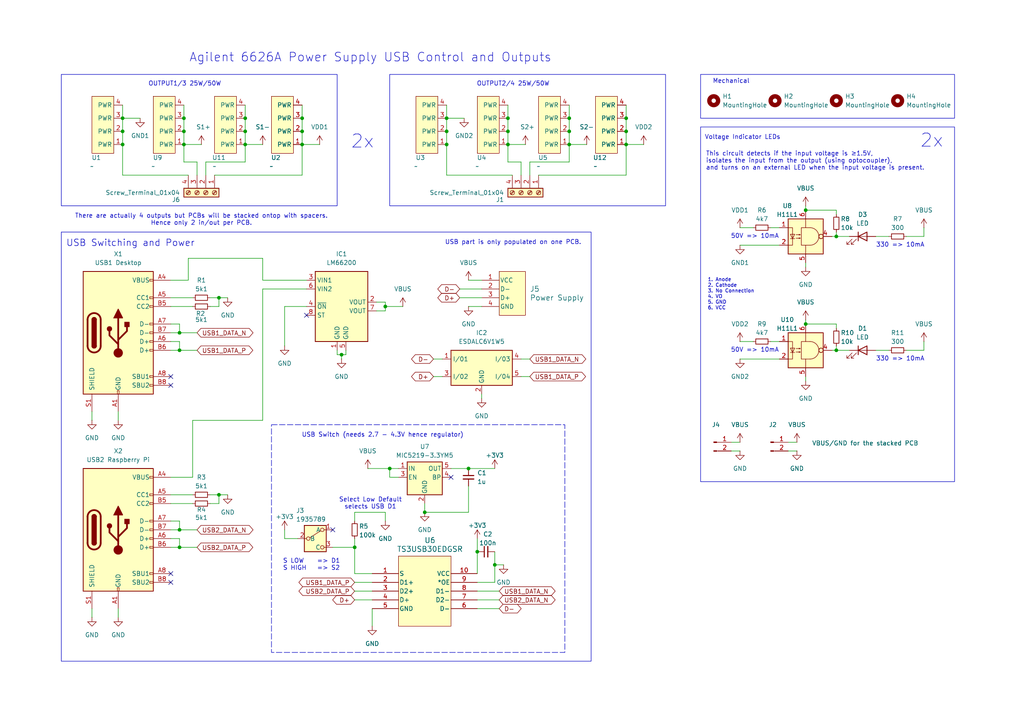
<source format=kicad_sch>
(kicad_sch (version 20231120) (generator "eeschema") (generator_version "8.0")
  (paper "A4")
  (lib_symbols
    (symbol "Connector:Conn_01x02_Pin" (pin_names (offset 1.016) hide)
      (property "Reference" "J" (at 0 2.54 0))
      (property "Value" "Conn_01x02_Pin" (at 0 -5.08 0))
      (symbol "Conn_01x02_Pin_1_1"
        (pin passive line (at 5.08 0 180) (length 3.81) (name "Pin_1") (number "1"))
        (pin passive line (at 5.08 -2.54 180) (length 3.81) (name "Pin_2") (number "2"))
      )
    )
    (symbol "Connector:Screw_Terminal_01x04" (pin_names (offset 1.016) hide)
      (property "Reference" "J" (at 0 5.08 0))
      (property "Value" "Screw_Terminal_01x04" (at 0 -7.62 0))
      (symbol "Screw_Terminal_01x04_1_1"
        (pin passive line (at -5.08 2.54 0) (length 3.81) (name "Pin_1") (number "1"))
        (pin passive line (at -5.08 0 0) (length 3.81) (name "Pin_2") (number "2"))
        (pin passive line (at -5.08 -2.54 0) (length 3.81) (name "Pin_3") (number "3"))
        (pin passive line (at -5.08 -5.08 0) (length 3.81) (name "Pin_4") (number "4"))
      )
    )
    (symbol "Device:C_Small" (pin_numbers hide) (pin_names (offset 0.254) hide)
      (property "Reference" "C" (at 0.254 1.778 0))
      (property "Value" "C_Small" (at 0.254 -2.032 0))
      (symbol "C_Small_1_1"
        (pin passive line (at 0 2.54 270) (length 2.032) (name "~") (number "1"))
        (pin passive line (at 0 -2.54 90) (length 2.032) (name "~") (number "2"))
      )
    )
    (symbol "Device:LED" (pin_numbers hide) (pin_names (offset 1.016) hide)
      (property "Reference" "D" (at 0 2.54 0))
      (property "Value" "LED" (at 0 -2.54 0))
      (symbol "LED_1_1"
        (pin passive line (at -3.81 0 0) (length 2.54) (name "K") (number "1"))
        (pin passive line (at 3.81 0 180) (length 2.54) (name "A") (number "2"))
      )
    )
    (symbol "Device:R_Small" (pin_numbers hide) (pin_names (offset 0.254) hide)
      (property "Reference" "R" (at 0.762 0.508 0))
      (property "Value" "R_Small" (at 0.762 -1.016 0))
      (symbol "R_Small_1_1"
        (pin passive line (at 0 2.54 270) (length 0.762) (name "~") (number "1"))
        (pin passive line (at 0 -2.54 90) (length 0.762) (name "~") (number "2"))
      )
    )
    (symbol "Isolator:H11L1" (pin_names (offset 1.016))
      (property "Reference" "U" (at 1.27 8.89 0))
      (property "Value" "H11L1" (at 1.27 6.35 0))
      (symbol "H11L1_1_1"
        (pin passive line (at -7.62 2.54 0) (length 2.54) (name "~") (number "1"))
        (pin passive line (at -7.62 -2.54 0) (length 2.54) (name "~") (number "2"))
        (pin no_connect line (at -5.08 0 0) (length 2.54) hide (name "~") (number "3"))
        (pin output inverted (at 7.62 0 180) (length 3.81) (name "~") (number "4"))
        (pin power_in line (at 0 -7.62 90) (length 2.54) (name "~") (number "5"))
        (pin power_in line (at 0 7.62 270) (length 2.54) (name "~") (number "6"))
      )
    )
    (symbol "Mechanical:MountingHole" (pin_names (offset 1.016)) (exclude_from_sim yes) (in_bom no)
      (property "Reference" "H" (at 0 5.08 0))
      (property "Value" "MountingHole" (at 0 3.175 0))
    )
    (symbol "power:+3V3" (power) (pin_names (offset 0))
      (property "Value" "+3V3" (at 0 3.556 0))
      (symbol "+3V3_1_1"
        (pin power_in line (at 0 0 90) (length 0) hide (name "+3V3") (number "1"))
      )
    )
    (symbol "power:GND" (power) (pin_numbers hide) (pin_names (offset 0) hide)
      (property "Value" "GND" (at 0 -3.81 0))
      (symbol "GND_1_1"
        (pin power_in line (at 0 0 270) (length 0) (name "~") (number "1"))
      )
    )
    (symbol "power:VBUS" (power) (pin_numbers hide) (pin_names (offset 0) hide)
      (property "Value" "VBUS" (at 0 3.556 0))
      (symbol "VBUS_1_1"
        (pin power_in line (at 0 0 90) (length 0) (name "~") (number "1"))
      )
    )
    (symbol "power:VDD" (power) (pin_numbers hide) (pin_names (offset 0) hide)
      (property "Value" "VDD" (at 0 3.556 0))
      (symbol "VDD_1_1"
        (pin power_in line (at 0 0 90) (length 0) (name "~") (number "1"))
      )
    )
    (symbol "supply_connectors:1935789" (pin_names (offset 1.016))
      (property "Reference" "J" (at -1.524 4.826 0))
      (property "Value" "1935789" (at -4.318 -6.35 0))
      (symbol "1935789_1_1"
        (pin passive line (at 5.08 2.54 180) (length 2.54) (name "A") (number "1"))
        (pin passive line (at -5.08 0 0) (length 2.54) (name "B") (number "2"))
        (pin passive line (at 5.08 -2.54 180) (length 2.54) (name "C") (number "3"))
      )
    )
    (symbol "supply_connectors:CT3151SP"
      (property "Reference" "U" (at 0 0 0))
      (symbol "CT3151SP_1_1"
        (pin input line (at -7.62 -3.81 0) (length 2.54) (name "PWR") (number "1"))
        (pin input line (at -7.62 -7.62 0) (length 2.54) (name "PWR") (number "2"))
        (pin input line (at -7.62 -11.43 0) (length 2.54) (name "PWR") (number "3"))
        (pin input line (at -7.62 -15.24 0) (length 2.54) (name "PWR") (number "4"))
      )
    )
    (symbol "supply_connectors:ESDALC6V1W5"
      (property "Reference" "IC7" (at -7.62 6.35 0))
      (property "Value" "ESDALC6V1W5" (at -2.54 -6.35 0))
      (symbol "ESDALC6V1W5_1_0"
        (pin bidirectional line (at -11.43 2.54 0) (length 2.54) (name "I/01") (number "1"))
        (pin power_in line (at 0 -7.62 90) (length 2.54) (name "GND") (number "2"))
        (pin bidirectional line (at -11.43 -2.54 0) (length 2.54) (name "I/02") (number "3"))
        (pin bidirectional line (at 11.43 2.54 180) (length 2.54) (name "I/03") (number "4"))
        (pin bidirectional line (at 11.43 -2.54 180) (length 2.54) (name "I/04") (number "5"))
      )
    )
    (symbol "supply_connectors:LM66200"
      (property "Reference" "IC106" (at -5.08 11.43 0))
      (property "Value" "LM66200" (at -3.556 -11.43 0))
      (symbol "LM66200_1_1"
        (pin power_in line (at -1.27 -12.7 90) (length 2.54) (name "GND") (number "1"))
        (pin power_in line (at 10.16 1.27 180) (length 2.54) (name "VOUT") (number "2"))
        (pin input line (at -10.16 7.62 0) (length 2.54) (name "VIN1") (number "3"))
        (pin input line (at -10.16 0 0) (length 2.54) (name "~{ON}") (number "4"))
        (pin power_in line (at 1.27 -12.7 90) (length 2.54) (name "GND") (number "5"))
        (pin input line (at -10.16 5.08 0) (length 2.54) (name "VIN2") (number "6"))
        (pin power_in line (at 10.16 -1.27 180) (length 2.54) (name "VOUT") (number "7"))
        (pin output line (at -10.16 -2.54 0) (length 2.54) (name "ST") (number "8"))
      )
    )
    (symbol "supply_connectors:MIC5219-3.3YM5" (pin_names (offset 0.254))
      (property "Reference" "U" (at -3.81 5.715 0))
      (property "Value" "MIC5219-3.3YM5" (at 0 5.715 0))
      (symbol "MIC5219-3.3YM5_1_1"
        (pin power_in line (at -7.62 2.54 0) (length 2.54) (name "IN") (number "1"))
        (pin power_in line (at 0 -7.62 90) (length 2.54) (name "GND") (number "2"))
        (pin input line (at -7.62 0 0) (length 2.54) (name "EN") (number "3"))
        (pin input line (at 7.62 0 180) (length 2.54) (name "BP") (number "4"))
        (pin power_out line (at 7.62 2.54 180) (length 2.54) (name "OUT") (number "5"))
      )
    )
    (symbol "supply_connectors:TS3USB30EDGSR" (pin_names (offset 0.254))
      (property "Reference" "U" (at 27.94 10.16 0))
      (property "Value" "TS3USB30EDGSR" (at 27.94 7.62 0))
      (symbol "TS3USB30EDGSR_0_1"
        (pin input line (at 0 0 0) (length 7.62) (name "S") (number "1"))
        (pin power_in line (at 30.48 0 180) (length 7.62) (name "VCC") (number "10"))
        (pin unspecified line (at 0 -2.54 0) (length 7.62) (name "D1+") (number "2"))
        (pin unspecified line (at 0 -5.08 0) (length 7.62) (name "D2+") (number "3"))
        (pin unspecified line (at 0 -7.62 0) (length 7.62) (name "D+") (number "4"))
        (pin power_in line (at 0 -10.16 0) (length 7.62) (name "GND") (number "5"))
        (pin unspecified line (at 30.48 -10.16 180) (length 7.62) (name "D-") (number "6"))
        (pin unspecified line (at 30.48 -7.62 180) (length 7.62) (name "D2-") (number "7"))
        (pin unspecified line (at 30.48 -5.08 180) (length 7.62) (name "D1-") (number "8"))
        (pin unspecified line (at 30.48 -2.54 180) (length 7.62) (name "*OE") (number "9"))
      )
    )
    (symbol "supply_connectors:UJ2-AH-4-TH" (pin_names (offset 0.254))
      (property "Reference" "J" (at 8.89 6.35 0))
      (property "Value" "UJ2-AH-4-TH" (at 0 3.556 0))
      (symbol "UJ2-AH-4-TH_1_1"
        (pin unspecified line (at 0 0 0) (length 5.08) (name "VCC") (number "1"))
        (pin unspecified line (at 0 -2.54 0) (length 5.08) (name "D-") (number "2"))
        (pin unspecified line (at 0 -5.08 0) (length 5.08) (name "D+") (number "3"))
        (pin unspecified line (at 0 -7.62 0) (length 5.08) (name "GND") (number "4"))
      )
      (symbol "UJ2-AH-4-TH_1_2"
        (pin unspecified line (at 0 0 0) (length 5.08) (name "1") (number "1"))
        (pin unspecified line (at 0 -2.54 0) (length 5.08) (name "2") (number "2"))
        (pin unspecified line (at 0 -5.08 0) (length 5.08) (name "3") (number "3"))
        (pin unspecified line (at 0 -7.62 0) (length 5.08) (name "4") (number "4"))
      )
    )
    (symbol "supply_connectors:USB_C_Receptacle_USB2.0" (pin_names (offset 1.016))
      (property "Reference" "X104" (at -8.89 19.05 0))
      (property "Value" "DEBUG" (at -6.985 -19.05 0))
      (symbol "USB_C_Receptacle_USB2.0_1_1"
        (pin passive line (at 0 -22.86 90) (length 5.08) (name "GND") (number "A1"))
        (pin passive line (at 0 -22.86 90) (length 5.08) hide (name "GND") (number "A12"))
        (pin passive line (at 15.24 15.24 180) (length 5.08) (name "VBUS") (number "A4"))
        (pin bidirectional line (at 15.24 10.16 180) (length 5.08) (name "CC1") (number "A5"))
        (pin bidirectional line (at 15.24 -2.54 180) (length 5.08) (name "D+") (number "A6"))
        (pin bidirectional line (at 15.24 2.54 180) (length 5.08) (name "D-") (number "A7"))
        (pin bidirectional line (at 15.24 -12.7 180) (length 5.08) (name "SBU1") (number "A8"))
        (pin passive line (at 15.24 15.24 180) (length 5.08) hide (name "VBUS") (number "A9"))
        (pin passive line (at 0 -22.86 90) (length 5.08) hide (name "GND") (number "B1"))
        (pin passive line (at 0 -22.86 90) (length 5.08) hide (name "GND") (number "B12"))
        (pin passive line (at 15.24 15.24 180) (length 5.08) hide (name "VBUS") (number "B4"))
        (pin bidirectional line (at 15.24 7.62 180) (length 5.08) (name "CC2") (number "B5"))
        (pin bidirectional line (at 15.24 -5.08 180) (length 5.08) (name "D+") (number "B6"))
        (pin bidirectional line (at 15.24 0 180) (length 5.08) (name "D-") (number "B7"))
        (pin bidirectional line (at 15.24 -15.24 180) (length 5.08) (name "SBU2") (number "B8"))
        (pin passive line (at 15.24 15.24 180) (length 5.08) hide (name "VBUS") (number "B9"))
        (pin passive line (at -7.62 -22.86 90) (length 5.08) (name "SHIELD") (number "S1"))
      )
    )
  )
  (junction (at 129.54 38.1))
  (junction (at 63.5 143.51))
  (junction (at 102.87 158.75))
  (junction (at 233.68 60.96))
  (junction (at 123.19 148.59))
  (junction (at 147.32 34.29))
  (junction (at 52.07 158.75))
  (junction (at 52.07 153.67))
  (junction (at 71.12 34.29))
  (junction (at 143.51 163.83))
  (junction (at 165.1 38.1))
  (junction (at 87.63 34.29))
  (junction (at 165.1 41.91))
  (junction (at 242.57 68.58))
  (junction (at 113.03 135.89))
  (junction (at 52.07 101.6))
  (junction (at 52.07 96.52))
  (junction (at 129.54 41.91))
  (junction (at 233.68 93.98))
  (junction (at 87.63 38.1))
  (junction (at 87.63 41.91))
  (junction (at 35.56 41.91))
  (junction (at 135.89 135.89))
  (junction (at 181.61 34.29))
  (junction (at 71.12 41.91))
  (junction (at 53.34 41.91))
  (junction (at 147.32 41.91))
  (junction (at 165.1 34.29))
  (junction (at 111.76 88.9))
  (junction (at 99.06 102.87))
  (junction (at 53.34 38.1))
  (junction (at 138.43 160.02))
  (junction (at 242.57 101.6))
  (junction (at 71.12 38.1))
  (junction (at 181.61 38.1))
  (junction (at 129.54 34.29))
  (junction (at 63.5 86.36))
  (junction (at 35.56 38.1))
  (junction (at 181.61 41.91))
  (junction (at 35.56 34.29))
  (junction (at 147.32 38.1))
  (junction (at 53.34 34.29))
  (no_connect (at 49.53 111.76))
  (no_connect (at 49.53 109.22))
  (no_connect (at 130.81 138.43))
  (no_connect (at 49.53 166.37))
  (no_connect (at 49.53 168.91))
  (no_connect (at 88.9 91.44))
  (no_connect (at 96.52 153.67))
  (wire (pts (xy 71.12 41.91) (xy 71.12 46.99)))
  (wire (pts (xy 181.61 50.8) (xy 181.61 41.91)))
  (wire (pts (xy 254 68.58) (xy 257.81 68.58)))
  (wire (pts (xy 107.95 176.53) (xy 107.95 181.61)))
  (wire (pts (xy 49.53 93.98) (xy 52.07 93.98)))
  (wire (pts (xy 138.43 171.45) (xy 144.78 171.45)))
  (wire (pts (xy 228.6 128.27) (xy 231.14 128.27)))
  (wire (pts (xy 87.63 34.29) (xy 87.63 38.1)))
  (wire (pts (xy 49.53 153.67) (xy 52.07 153.67)))
  (wire (pts (xy 100.33 101.6) (xy 100.33 102.87)))
  (wire (pts (xy 49.53 146.05) (xy 55.88 146.05)))
  (wire (pts (xy 62.23 50.8) (xy 87.63 50.8)))
  (wire (pts (xy 133.35 86.36) (xy 139.7 86.36)))
  (wire (pts (xy 35.56 50.8) (xy 35.56 41.91)))
  (wire (pts (xy 49.53 151.13) (xy 52.07 151.13)))
  (wire (pts (xy 52.07 158.75) (xy 57.15 158.75)))
  (wire (pts (xy 87.63 38.1) (xy 87.63 41.91)))
  (wire (pts (xy 181.61 41.91) (xy 186.69 41.91)))
  (wire (pts (xy 102.87 171.45) (xy 107.95 171.45)))
  (wire (pts (xy 262.89 101.6) (xy 267.97 101.6)))
  (wire (pts (xy 135.89 88.9) (xy 139.7 88.9)))
  (wire (pts (xy 181.61 30.48) (xy 181.61 34.29)))
  (wire (pts (xy 59.69 46.99) (xy 71.12 46.99)))
  (wire (pts (xy 113.03 138.43) (xy 113.03 135.89)))
  (wire (pts (xy 34.29 119.38) (xy 34.29 121.92)))
  (wire (pts (xy 135.89 140.97) (xy 135.89 148.59)))
  (wire (pts (xy 133.35 83.82) (xy 139.7 83.82)))
  (wire (pts (xy 76.2 74.93) (xy 76.2 81.28)))
  (wire (pts (xy 135.89 81.28) (xy 139.7 81.28)))
  (wire (pts (xy 153.67 46.99) (xy 165.1 46.99)))
  (wire (pts (xy 97.79 101.6) (xy 97.79 102.87)))
  (wire (pts (xy 254 101.6) (xy 257.81 101.6)))
  (wire (pts (xy 165.1 34.29) (xy 165.1 38.1)))
  (wire (pts (xy 35.56 34.29) (xy 35.56 38.1)))
  (wire (pts (xy 35.56 34.29) (xy 40.64 34.29)))
  (wire (pts (xy 49.53 99.06) (xy 52.07 99.06)))
  (wire (pts (xy 138.43 156.21) (xy 138.43 160.02)))
  (wire (pts (xy 135.89 135.89) (xy 143.51 135.89)))
  (wire (pts (xy 242.57 100.33) (xy 242.57 101.6)))
  (wire (pts (xy 165.1 41.91) (xy 170.18 41.91)))
  (wire (pts (xy 26.67 176.53) (xy 26.67 179.07)))
  (wire (pts (xy 35.56 38.1) (xy 35.56 41.91)))
  (wire (pts (xy 241.3 101.6) (xy 242.57 101.6)))
  (wire (pts (xy 60.96 86.36) (xy 63.5 86.36)))
  (wire (pts (xy 139.7 114.3) (xy 139.7 115.57)))
  (wire (pts (xy 147.32 41.91) (xy 152.4 41.91)))
  (wire (pts (xy 138.43 168.91) (xy 143.51 168.91)))
  (wire (pts (xy 138.43 160.02) (xy 138.43 166.37)))
  (wire (pts (xy 147.32 30.48) (xy 147.32 34.29)))
  (wire (pts (xy 55.88 121.92) (xy 76.2 121.92)))
  (wire (pts (xy 49.53 96.52) (xy 52.07 96.52)))
  (wire (pts (xy 267.97 66.04) (xy 267.97 68.58)))
  (wire (pts (xy 88.9 88.9) (xy 82.55 88.9)))
  (wire (pts (xy 109.22 90.17) (xy 111.76 90.17)))
  (wire (pts (xy 151.13 109.22) (xy 153.67 109.22)))
  (wire (pts (xy 57.15 46.99) (xy 57.15 50.8)))
  (wire (pts (xy 49.53 88.9) (xy 55.88 88.9)))
  (wire (pts (xy 233.68 92.71) (xy 233.68 93.98)))
  (wire (pts (xy 138.43 176.53) (xy 144.78 176.53)))
  (wire (pts (xy 212.09 130.81) (xy 214.63 130.81)))
  (wire (pts (xy 102.87 168.91) (xy 107.95 168.91)))
  (wire (pts (xy 241.3 68.58) (xy 242.57 68.58)))
  (wire (pts (xy 143.51 168.91) (xy 143.51 163.83)))
  (wire (pts (xy 52.07 96.52) (xy 57.15 96.52)))
  (wire (pts (xy 82.55 88.9) (xy 82.55 100.33)))
  (wire (pts (xy 111.76 148.59) (xy 111.76 151.13)))
  (wire (pts (xy 129.54 34.29) (xy 134.62 34.29)))
  (wire (pts (xy 129.54 30.48) (xy 129.54 34.29)))
  (wire (pts (xy 242.57 93.98) (xy 233.68 93.98)))
  (wire (pts (xy 97.79 102.87) (xy 99.06 102.87)))
  (wire (pts (xy 111.76 88.9) (xy 116.84 88.9)))
  (wire (pts (xy 34.29 176.53) (xy 34.29 179.07)))
  (wire (pts (xy 53.34 30.48) (xy 53.34 34.29)))
  (wire (pts (xy 52.07 153.67) (xy 57.15 153.67)))
  (wire (pts (xy 151.13 104.14) (xy 153.67 104.14)))
  (wire (pts (xy 233.68 109.22) (xy 233.68 110.49)))
  (wire (pts (xy 129.54 34.29) (xy 129.54 38.1)))
  (wire (pts (xy 35.56 30.48) (xy 35.56 34.29)))
  (wire (pts (xy 262.89 68.58) (xy 267.97 68.58)))
  (wire (pts (xy 52.07 151.13) (xy 52.07 153.67)))
  (wire (pts (xy 165.1 38.1) (xy 165.1 41.91)))
  (wire (pts (xy 53.34 46.99) (xy 57.15 46.99)))
  (wire (pts (xy 267.97 99.06) (xy 267.97 101.6)))
  (wire (pts (xy 153.67 46.99) (xy 153.67 50.8)))
  (wire (pts (xy 49.53 156.21) (xy 52.07 156.21)))
  (wire (pts (xy 242.57 101.6) (xy 246.38 101.6)))
  (wire (pts (xy 143.51 163.83) (xy 146.05 163.83)))
  (wire (pts (xy 109.22 87.63) (xy 111.76 87.63)))
  (wire (pts (xy 165.1 41.91) (xy 165.1 46.99)))
  (wire (pts (xy 147.32 41.91) (xy 147.32 46.99)))
  (wire (pts (xy 214.63 71.12) (xy 226.06 71.12)))
  (wire (pts (xy 125.73 109.22) (xy 128.27 109.22)))
  (wire (pts (xy 233.68 76.2) (xy 233.68 77.47)))
  (wire (pts (xy 214.63 66.04) (xy 218.44 66.04)))
  (wire (pts (xy 60.96 88.9) (xy 63.5 88.9)))
  (wire (pts (xy 223.52 66.04) (xy 226.06 66.04)))
  (wire (pts (xy 165.1 30.48) (xy 165.1 34.29)))
  (wire (pts (xy 113.03 135.89) (xy 115.57 135.89)))
  (wire (pts (xy 242.57 68.58) (xy 246.38 68.58)))
  (wire (pts (xy 129.54 38.1) (xy 129.54 41.91)))
  (wire (pts (xy 55.88 138.43) (xy 49.53 138.43)))
  (wire (pts (xy 63.5 86.36) (xy 66.04 86.36)))
  (wire (pts (xy 49.53 143.51) (xy 55.88 143.51)))
  (wire (pts (xy 87.63 50.8) (xy 87.63 41.91)))
  (wire (pts (xy 102.87 158.75) (xy 96.52 158.75)))
  (wire (pts (xy 111.76 90.17) (xy 111.76 88.9)))
  (wire (pts (xy 60.96 143.51) (xy 63.5 143.51)))
  (wire (pts (xy 71.12 41.91) (xy 76.2 41.91)))
  (wire (pts (xy 76.2 83.82) (xy 88.9 83.82)))
  (wire (pts (xy 130.81 135.89) (xy 135.89 135.89)))
  (wire (pts (xy 53.34 41.91) (xy 53.34 46.99)))
  (wire (pts (xy 102.87 151.13) (xy 102.87 148.59)))
  (wire (pts (xy 54.61 74.93) (xy 76.2 74.93)))
  (wire (pts (xy 49.53 86.36) (xy 55.88 86.36)))
  (wire (pts (xy 53.34 38.1) (xy 53.34 41.91)))
  (wire (pts (xy 102.87 148.59) (xy 111.76 148.59)))
  (wire (pts (xy 49.53 101.6) (xy 52.07 101.6)))
  (wire (pts (xy 53.34 34.29) (xy 53.34 38.1)))
  (wire (pts (xy 147.32 38.1) (xy 147.32 41.91)))
  (wire (pts (xy 76.2 81.28) (xy 88.9 81.28)))
  (wire (pts (xy 233.68 59.69) (xy 233.68 60.96)))
  (wire (pts (xy 82.55 156.21) (xy 82.55 153.67)))
  (wire (pts (xy 52.07 156.21) (xy 52.07 158.75)))
  (wire (pts (xy 102.87 166.37) (xy 107.95 166.37)))
  (wire (pts (xy 59.69 46.99) (xy 59.69 50.8)))
  (wire (pts (xy 212.09 128.27) (xy 214.63 128.27)))
  (wire (pts (xy 143.51 160.02) (xy 143.51 163.83)))
  (wire (pts (xy 102.87 158.75) (xy 102.87 166.37)))
  (wire (pts (xy 49.53 158.75) (xy 52.07 158.75)))
  (wire (pts (xy 214.63 99.06) (xy 218.44 99.06)))
  (wire (pts (xy 54.61 81.28) (xy 54.61 74.93)))
  (wire (pts (xy 52.07 99.06) (xy 52.07 101.6)))
  (wire (pts (xy 242.57 67.31) (xy 242.57 68.58)))
  (wire (pts (xy 135.89 148.59) (xy 123.19 148.59)))
  (wire (pts (xy 138.43 173.99) (xy 144.78 173.99)))
  (wire (pts (xy 53.34 41.91) (xy 58.42 41.91)))
  (wire (pts (xy 82.55 156.21) (xy 86.36 156.21)))
  (wire (pts (xy 26.67 119.38) (xy 26.67 121.92)))
  (wire (pts (xy 63.5 143.51) (xy 66.04 143.51)))
  (wire (pts (xy 102.87 156.21) (xy 102.87 158.75)))
  (wire (pts (xy 156.21 50.8) (xy 181.61 50.8)))
  (wire (pts (xy 100.33 102.87) (xy 99.06 102.87)))
  (wire (pts (xy 123.19 146.05) (xy 123.19 148.59)))
  (wire (pts (xy 228.6 130.81) (xy 231.14 130.81)))
  (wire (pts (xy 181.61 34.29) (xy 181.61 38.1)))
  (wire (pts (xy 87.63 41.91) (xy 92.71 41.91)))
  (wire (pts (xy 129.54 50.8) (xy 129.54 41.91)))
  (wire (pts (xy 148.59 50.8) (xy 129.54 50.8)))
  (wire (pts (xy 76.2 121.92) (xy 76.2 83.82)))
  (wire (pts (xy 54.61 50.8) (xy 35.56 50.8)))
  (wire (pts (xy 115.57 138.43) (xy 113.03 138.43)))
  (wire (pts (xy 63.5 88.9) (xy 63.5 86.36)))
  (wire (pts (xy 71.12 30.48) (xy 71.12 34.29)))
  (wire (pts (xy 99.06 102.87) (xy 99.06 104.14)))
  (wire (pts (xy 181.61 38.1) (xy 181.61 41.91)))
  (wire (pts (xy 242.57 95.25) (xy 242.57 93.98)))
  (wire (pts (xy 125.73 104.14) (xy 128.27 104.14)))
  (wire (pts (xy 55.88 138.43) (xy 55.88 121.92)))
  (wire (pts (xy 102.87 173.99) (xy 107.95 173.99)))
  (wire (pts (xy 111.76 87.63) (xy 111.76 88.9)))
  (wire (pts (xy 71.12 34.29) (xy 71.12 38.1)))
  (wire (pts (xy 214.63 104.14) (xy 226.06 104.14)))
  (wire (pts (xy 60.96 146.05) (xy 63.5 146.05)))
  (wire (pts (xy 49.53 81.28) (xy 54.61 81.28)))
  (wire (pts (xy 106.68 135.89) (xy 113.03 135.89)))
  (wire (pts (xy 151.13 46.99) (xy 151.13 50.8)))
  (wire (pts (xy 242.57 62.23) (xy 242.57 60.96)))
  (wire (pts (xy 52.07 101.6) (xy 57.15 101.6)))
  (wire (pts (xy 71.12 38.1) (xy 71.12 41.91)))
  (wire (pts (xy 87.63 30.48) (xy 87.63 34.29)))
  (wire (pts (xy 242.57 60.96) (xy 233.68 60.96)))
  (wire (pts (xy 147.32 34.29) (xy 147.32 38.1)))
  (wire (pts (xy 223.52 99.06) (xy 226.06 99.06)))
  (wire (pts (xy 52.07 93.98) (xy 52.07 96.52)))
  (wire (pts (xy 63.5 146.05) (xy 63.5 143.51)))
  (wire (pts (xy 147.32 46.99) (xy 151.13 46.99)))
  (rectangle (start 17.78 67.31) (end 171.45 191.77))
  (rectangle (start 113.03 21.59) (end 193.04 59.69))
  (rectangle (start 78.74 123.19) (end 163.83 189.23) (stroke (width 0) (type dash)))
  (rectangle (start 203.2 36.83) (end 276.86 139.7))
  (rectangle (start 17.78 21.59) (end 97.79 59.69))
  (rectangle (start 203.2 21.59) (end 276.86 34.29))
  (text "Agilent 6626A Power Supply USB Control and Outputs" (at 107.442 16.764 0) (effects (font (size 2.54 2.54))))
  (text "50V => 10mA" (at 218.948 101.6 0) (effects (font (size 1.27 1.27))))
  (text "Mechanical" (at 212.09 23.622 0) (effects (font (size 1.27 1.27))))
  (text "There are actually 4 outputs but PCBs will be stacked ontop with spacers.\nHence only 2 in/out per PCB." (at 58.42 63.754 0) (effects (font (size 1.27 1.27))))
  (text "2x" (at 105.156 41.148 0) (effects (font (size 3.81 3.81))))
  (text "USB Switch (needs 2.7 - 4.3V hence regulator)" (at 110.998 126.238 0) (effects (font (size 1.27 1.27))))
  (text "USB part is only populated on one PCB." (at 148.844 70.358 0) (effects (font (size 1.27 1.27))))
  (text "Select Low Default\nselects USB D1" (at 107.442 146.05 0) (effects (font (size 1.27 1.27))))
  (text "This circuit detects if the input voltage is ≥1.5V,\nisolates the input from the output (using optocoupler),\nand turns on an external LED when the input voltage is present." (at 204.724 46.736 0) (effects (font (size 1.27 1.27)) (justify left)))
  (text "S LOW 	=> D1\nS HIGH 	=> S2" (at 82.042 163.83 0) (effects (font (size 1.27 1.27)) (justify left)))
  (text "OUTPUT1/3 25W/50W\n" (at 53.594 24.384 0) (effects (font (size 1.27 1.27))))
  (text "Voltage Indicator LEDs" (at 215.392 39.878 0) (effects (font (size 1.27 1.27))))
  (text "1. Anode\n2. Cathode\n3. No Connection\n4. VO\n5. GND\n6. VCC" (at 205.232 85.344 0) (effects (font (size 1.016 1.016)) (justify left)))
  (text "330 => 10mA" (at 261.112 104.14 0) (effects (font (size 1.27 1.27))))
  (text "50V => 10mA" (at 218.948 68.58 0) (effects (font (size 1.27 1.27))))
  (text "USB Switching and Power" (at 37.846 70.612 0) (effects (font (size 1.905 1.905))))
  (text "330 => 10mA" (at 261.112 71.12 0) (effects (font (size 1.27 1.27))))
  (text "2x" (at 270.256 40.894 0) (effects (font (size 3.81 3.81))))
  (text "OUTPUT2/4 25W/50W\n" (at 148.844 24.384 0) (effects (font (size 1.27 1.27))))
  (global_label "D+" (shape bidirectional) (at 125.73 109.22 180) (property "Intersheetrefs" "${INTERSHEET_REFS}" (effects (hide yes))))
  (global_label "D-" (shape bidirectional) (at 144.78 176.53 0) (property "Intersheetrefs" "${INTERSHEET_REFS}" (effects (hide yes))))
  (global_label "USB1_DATA_P" (shape bidirectional) (at 102.87 168.91 180) (property "Intersheetrefs" "${INTERSHEET_REFS}" (effects (hide yes))))
  (global_label "D-" (shape bidirectional) (at 125.73 104.14 180) (property "Intersheetrefs" "${INTERSHEET_REFS}" (effects (hide yes))))
  (global_label "USB2_DATA_P" (shape bidirectional) (at 57.15 158.75 0) (property "Intersheetrefs" "${INTERSHEET_REFS}" (effects (hide yes))))
  (global_label "D+" (shape bidirectional) (at 133.35 86.36 180) (property "Intersheetrefs" "${INTERSHEET_REFS}" (effects (hide yes))))
  (global_label "D+" (shape bidirectional) (at 102.87 173.99 180) (property "Intersheetrefs" "${INTERSHEET_REFS}" (effects (hide yes))))
  (global_label "USB1_DATA_P" (shape bidirectional) (at 153.67 109.22 0) (property "Intersheetrefs" "${INTERSHEET_REFS}" (effects (hide yes))))
  (global_label "USB2_DATA_N" (shape bidirectional) (at 144.78 173.99 0) (property "Intersheetrefs" "${INTERSHEET_REFS}" (effects (hide yes))))
  (global_label "USB1_DATA_N" (shape bidirectional) (at 57.15 96.52 0) (property "Intersheetrefs" "${INTERSHEET_REFS}" (effects (hide yes))))
  (global_label "USB2_DATA_P" (shape bidirectional) (at 102.87 171.45 180) (property "Intersheetrefs" "${INTERSHEET_REFS}" (effects (hide yes))))
  (global_label "USB2_DATA_N" (shape bidirectional) (at 57.15 153.67 0) (property "Intersheetrefs" "${INTERSHEET_REFS}" (effects (hide yes))))
  (global_label "USB1_DATA_P" (shape bidirectional) (at 57.15 101.6 0) (property "Intersheetrefs" "${INTERSHEET_REFS}" (effects (hide yes))))
  (global_label "USB1_DATA_N" (shape bidirectional) (at 153.67 104.14 0) (property "Intersheetrefs" "${INTERSHEET_REFS}" (effects (hide yes))))
  (global_label "USB1_DATA_N" (shape bidirectional) (at 144.78 171.45 0) (property "Intersheetrefs" "${INTERSHEET_REFS}" (effects (hide yes))))
  (global_label "D-" (shape bidirectional) (at 133.35 83.82 180) (property "Intersheetrefs" "${INTERSHEET_REFS}" (effects (hide yes))))
  (symbol (lib_id "power:VDD") (at 186.69 41.91 0) (unit 1)
    (property "Reference" "#PWR039" (effects (hide yes)))
    (property "Value" "VDD2" (at 186.69 36.83 0))
    (property "Description" "Power symbol creates a global label with name \"VDD\"" (effects (hide yes)))
  )
  (symbol (lib_id "supply_connectors:ESDALC6V1W5") (at 139.7 106.68 0) (unit 1)
    (property "Reference" "IC2" (at 139.7 96.52 0))
    (property "Value" "ESDALC6V1W5" (at 139.7 99.06 0))
    (property "Footprint" "supply_connectors:SOT-325-5" (effects (hide yes)))
    (property "Datasheet" "https://www.st.com/resource/en/datasheet/esdalc6v1w.pdf" (effects (hide yes)))
    (property "Mfr." "STMicroelectronics" (effects (hide yes)))
    (property "Mfr. No." "ESDALC6V1W5" (effects (hide yes)))
    (property "Distributor" "Mouser" (effects (hide yes)))
    (property "Order Number" "511-ESDALC6V1W5" (effects (hide yes)))
  )
  (symbol (lib_id "power:+3V3") (at 82.55 153.67 0) (unit 1)
    (property "Reference" "#PWR024" (effects (hide yes)))
    (property "Value" "+3V3" (at 82.55 149.86 0))
  )
  (symbol (lib_id "supply_connectors:LM66200") (at 99.06 88.9 0) (unit 1)
    (property "Reference" "IC1" (at 99.06 73.66 0))
    (property "Value" "LM66200" (at 99.06 76.2 0))
    (property "Footprint" "supply_connectors:SOT-5X3-8" (effects (hide yes)))
    (property "Datasheet" "https://www.ti.com/lit/ds/symlink/lm66200.pdf?ts=1703254483263" (effects (hide yes)))
    (property "Mfr." "Texas Instruments" (effects (hide yes)))
    (property "Mfr. No." " LM66200DRLR" (effects (hide yes)))
    (property "Distributor" "Mouser" (effects (hide yes)))
    (property "Order. No." "595-LM66200DRLR" (effects (hide yes)))
  )
  (symbol (lib_id "power:VDD") (at 92.71 41.91 0) (unit 1)
    (property "Reference" "#PWR02" (effects (hide yes)))
    (property "Value" "VDD1" (at 92.71 36.83 0))
    (property "Description" "Power symbol creates a global label with name \"VDD\"" (effects (hide yes)))
  )
  (symbol (lib_id "Connector:Screw_Terminal_01x04") (at 59.69 55.88 270) (unit 1)
    (property "Reference" "J6" (at 51.054 57.912 90))
    (property "Value" "Screw_Terminal_01x04" (at 41.402 55.88 90))
    (property "Footprint" "supply_connectors:PHOENIX_1935789" (effects (hide yes)))
    (property "Datasheet" "https://www.phoenixcontact.com/us/products/1935792/pdf" (effects (hide yes)))
    (property "Description" "Generic screw terminal, single row, 01x04, script generated (kicad-library-utils/schlib/autogen/connector/)" (effects (hide yes)))
  )
  (symbol (lib_id "Device:R_Small") (at 58.42 86.36 90) (unit 1)
    (property "Reference" "R1" (at 58.42 81.28 90))
    (property "Value" "5k1" (at 58.42 83.82 90))
    (property "Footprint" "Resistor_SMD:R_0603_1608Metric" (effects (hide yes)))
    (property "Datasheet" "https://www.vishay.com/doc?20035" (effects (hide yes)))
    (property "Mfr." "Vishay / Dale" (effects (hide yes)))
    (property "Mfr. No." "CRCW06035K10FKEA" (effects (hide yes)))
    (property "Distributor" "Mouser" (effects (hide yes)))
    (property "Order. No." "71-CRCW0603-5.1K-E3" (effects (hide yes)))
  )
  (symbol (lib_id "supply_connectors:CT3151SP") (at 157.48 45.72 180) (unit 1)
    (property "Reference" "U5" (at 157.48 45.72 0))
    (property "Value" "~" (at 156.21 48.26 0))
    (property "Footprint" "supply_connectors:CT3151SP" (effects (hide yes)))
  )
  (symbol (lib_id "power:VBUS") (at 267.97 99.06 0) (unit 1)
    (property "Reference" "#PWR031" (effects (hide yes)))
    (property "Value" "VBUS" (at 267.97 93.98 0))
    (property "Description" "Power symbol creates a global label with name \"VBUS\"" (effects (hide yes)))
  )
  (symbol (lib_id "Device:R_Small") (at 58.42 88.9 90) (unit 1)
    (property "Reference" "R2" (at 58.166 90.932 90))
    (property "Value" "5k1" (at 58.42 92.71 90))
    (property "Footprint" "Resistor_SMD:R_0603_1608Metric" (effects (hide yes)))
    (property "Datasheet" "https://www.vishay.com/doc?20035" (effects (hide yes)))
    (property "Mfr." "Vishay / Dale" (effects (hide yes)))
    (property "Mfr. No." "CRCW06035K10FKEA" (effects (hide yes)))
    (property "Distributor" "Mouser" (effects (hide yes)))
    (property "Order. No." "71-CRCW0603-5.1K-E3" (effects (hide yes)))
  )
  (symbol (lib_id "Device:R_Small") (at 242.57 97.79 180) (unit 1)
    (property "Reference" "R10" (at 243.84 96.52 0) (effects (justify right)))
    (property "Value" "10k" (at 243.84 99.06 0) (effects (justify right)))
    (property "Footprint" "Resistor_SMD:R_0603_1608Metric" (effects (hide yes)))
    (property "Datasheet" "https://www.vishay.com/doc?20035" (effects (hide yes)))
    (property "Mfr." "Vishay / Dale" (effects (hide yes)))
    (property "Mfr. No." "CRCW06035K10FKEA" (effects (hide yes)))
    (property "Distributor" "Mouser" (effects (hide yes)))
    (property "Order. No." "71-CRCW0603-5.1K-E3" (effects (hide yes)))
  )
  (symbol (lib_id "power:GND") (at 214.63 104.14 0) (unit 1)
    (property "Reference" "#PWR028" (effects (hide yes)))
    (property "Value" "GND2" (at 214.63 109.22 0))
    (property "Description" "Power symbol creates a global label with name \"GND\" , ground" (effects (hide yes)))
  )
  (symbol (lib_id "power:GND") (at 111.76 151.13 0) (unit 1)
    (property "Reference" "#PWR025" (effects (hide yes)))
    (property "Value" "GND" (at 111.76 156.21 0))
    (property "Description" "Power symbol creates a global label with name \"GND\" , ground" (effects (hide yes)))
  )
  (symbol (lib_id "Isolator:H11L1") (at 233.68 68.58 0) (unit 1)
    (property "Reference" "U8" (at 228.346 59.69 0))
    (property "Value" "H11L1" (at 228.346 62.23 0))
    (property "Footprint" "Package_DIP:DIP-6_W10.16mm" (effects (hide yes)))
    (property "Datasheet" "https://www.onsemi.com/pub/Collateral/H11L3M-D.PDF" (effects (hide yes)))
    (property "Description" "Schmitt Trigger Output Optocoupler, High Speed, DIP-6, 1.6mA turn on threshold" (effects (hide yes)))
  )
  (symbol (lib_id "supply_connectors:USB_C_Receptacle_USB2.0") (at 34.29 153.67 0) (unit 1)
    (property "Reference" "X2" (at 34.29 130.81 0))
    (property "Value" "USB2 Raspberry Pi" (at 34.29 133.35 0))
    (property "Footprint" "Connector_USB:USB_C_Receptacle_GCT_USB4105-xx-A_16P_TopMnt_Horizontal" (effects (hide yes)))
    (property "Datasheet" "https://www.usb.org/sites/default/files/documents/usb_type-c.zip" (effects (hide yes)))
    (property "Mfr." "GCT" (effects (hide yes)))
    (property "Mfr. No." "USB4105-GF-A" (effects (hide yes)))
    (property "Distributor" "Mouser" (effects (hide yes)))
    (property "Order. No." "640-USB4105-GF-A" (effects (hide yes)))
  )
  (symbol (lib_id "power:GND") (at 214.63 71.12 0) (unit 1)
    (property "Reference" "#PWR026" (effects (hide yes)))
    (property "Value" "GND1" (at 214.63 76.2 0))
    (property "Description" "Power symbol creates a global label with name \"GND\" , ground" (effects (hide yes)))
  )
  (symbol (lib_id "supply_connectors:UJ2-AH-4-TH") (at 139.7 81.28 0) (unit 1)
    (property "Reference" "J5" (at 153.67 83.8199 0) (effects (font (size 1.524 1.524)) (justify left)))
    (property "Value" "Power Supply" (at 153.67 86.3599 0) (effects (font (size 1.524 1.524)) (justify left)))
    (property "Footprint" "supply_connectors:CONN4_UJ2-AH_CUD" (effects (hide yes)))
    (property "Datasheet" "UJ2-AH-4-TH" (effects (hide yes)))
  )
  (symbol (lib_id "Device:C_Small") (at 140.97 160.02 90) (mirror x) (unit 1)
    (property "Reference" "C2" (at 141.478 154.94 90))
    (property "Value" "100n" (at 141.478 157.48 90))
    (property "Footprint" "Capacitor_SMD:C_0603_1608Metric" (effects (hide yes)))
    (property "Mfr." "KYOCERA AVX" (effects (hide yes)))
    (property "Mfr. No." "06035C104KAT2A" (effects (hide yes)))
    (property "Distributor" "Mouser" (effects (hide yes)))
    (property "CONFIG" "+FULL,+REDUCED" (effects (hide yes)))
    (property "Order. No." "581-06035C104KAT2A" (effects (hide yes)))
  )
  (symbol (lib_id "Device:R_Small") (at 260.35 101.6 90) (unit 1)
    (property "Reference" "R11" (at 260.35 96.52 90))
    (property "Value" "300" (at 260.35 99.06 90))
    (property "Footprint" "Resistor_SMD:R_0603_1608Metric" (effects (hide yes)))
    (property "Datasheet" "https://www.vishay.com/doc?20035" (effects (hide yes)))
    (property "Mfr." "Vishay / Dale" (effects (hide yes)))
    (property "Mfr. No." "CRCW06035K10FKEA" (effects (hide yes)))
    (property "Distributor" "Mouser" (effects (hide yes)))
    (property "Order. No." "71-CRCW0603-5.1K-E3" (effects (hide yes)))
  )
  (symbol (lib_id "Device:R_Small") (at 260.35 68.58 90) (unit 1)
    (property "Reference" "R7" (at 260.35 63.5 90))
    (property "Value" "300" (at 260.35 66.04 90))
    (property "Footprint" "Resistor_SMD:R_0603_1608Metric" (effects (hide yes)))
    (property "Datasheet" "https://www.vishay.com/doc?20035" (effects (hide yes)))
    (property "Mfr." "Vishay / Dale" (effects (hide yes)))
    (property "Mfr. No." "CRCW06035K10FKEA" (effects (hide yes)))
    (property "Distributor" "Mouser" (effects (hide yes)))
    (property "Order. No." "71-CRCW0603-5.1K-E3" (effects (hide yes)))
  )
  (symbol (lib_id "supply_connectors:USB_C_Receptacle_USB2.0") (at 34.29 96.52 0) (unit 1)
    (property "Reference" "X1" (at 34.29 73.66 0))
    (property "Value" "USB1 Desktop" (at 34.29 76.2 0))
    (property "Footprint" "Connector_USB:USB_C_Receptacle_GCT_USB4105-xx-A_16P_TopMnt_Horizontal" (effects (hide yes)))
    (property "Datasheet" "https://www.usb.org/sites/default/files/documents/usb_type-c.zip" (effects (hide yes)))
    (property "Mfr." "GCT" (effects (hide yes)))
    (property "Mfr. No." "USB4105-GF-A" (effects (hide yes)))
    (property "Distributor" "Mouser" (effects (hide yes)))
    (property "Order. No." "640-USB4105-GF-A" (effects (hide yes)))
  )
  (symbol (lib_id "Device:C_Small") (at 135.89 138.43 0) (unit 1)
    (property "Reference" "C1" (at 138.43 137.1663 0) (effects (justify left)))
    (property "Value" "1u" (at 138.43 139.7063 0) (effects (justify left)))
    (property "Footprint" "Capacitor_SMD:C_0603_1608Metric" (effects (hide yes)))
    (property "Datasheet" "https://www.mouser.de/datasheet/2/40/KGM_X7R-3223212.pdf" (effects (hide yes)))
    (property "Mfr." "KYOCERA AVX" (effects (hide yes)))
    (property "Mfr. No." "06036C105MAT2A" (effects (hide yes)))
    (property "Distributor" "Mouser" (effects (hide yes)))
    (property "CONFIG" "+FULL,+REDUCED" (effects (hide yes)))
    (property "Order. No." "581-06036C105MAT2A" (effects (hide yes)))
  )
  (symbol (lib_id "power:VBUS") (at 231.14 128.27 0) (unit 1)
    (property "Reference" "#PWR041" (effects (hide yes)))
    (property "Value" "VBUS" (at 231.14 123.19 0))
    (property "Description" "Power symbol creates a global label with name \"VBUS\"" (effects (hide yes)))
  )
  (symbol (lib_id "supply_connectors:CT3151SP") (at 173.99 45.72 180) (unit 1)
    (property "Reference" "U12" (at 173.99 45.72 0))
    (property "Value" "~" (at 172.72 48.26 0))
    (property "Footprint" "supply_connectors:CT3151SP" (effects (hide yes)))
  )
  (symbol (lib_id "power:GND") (at 107.95 181.61 0) (unit 1)
    (property "Reference" "#PWR015" (effects (hide yes)))
    (property "Value" "GND" (at 107.95 186.69 0))
    (property "Description" "Power symbol creates a global label with name \"GND\" , ground" (effects (hide yes)))
  )
  (symbol (lib_id "power:GND") (at 34.29 179.07 0) (unit 1)
    (property "Reference" "#PWR010" (effects (hide yes)))
    (property "Value" "GND" (at 34.29 184.15 0))
    (property "Description" "Power symbol creates a global label with name \"GND\" , ground" (effects (hide yes)))
  )
  (symbol (lib_id "power:VDD") (at 214.63 99.06 0) (unit 1)
    (property "Reference" "#PWR027" (effects (hide yes)))
    (property "Value" "VDD2" (at 214.63 93.98 0))
    (property "Description" "Power symbol creates a global label with name \"VDD\"" (effects (hide yes)))
  )
  (symbol (lib_id "power:GND") (at 214.63 130.81 0) (unit 1)
    (property "Reference" "#PWR037" (effects (hide yes)))
    (property "Value" "GND" (at 214.63 135.89 0))
    (property "Description" "Power symbol creates a global label with name \"GND\" , ground" (effects (hide yes)))
  )
  (symbol (lib_id "power:VDD") (at 170.18 41.91 0) (unit 1)
    (property "Reference" "#PWR05" (effects (hide yes)))
    (property "Value" "S2-" (at 170.18 36.83 0))
    (property "Description" "Power symbol creates a global label with name \"VDD\"" (effects (hide yes)))
  )
  (symbol (lib_id "power:GND") (at 233.68 77.47 0) (unit 1)
    (property "Reference" "#PWR036" (effects (hide yes)))
    (property "Value" "GND" (at 233.68 82.55 0))
    (property "Description" "Power symbol creates a global label with name \"GND\" , ground" (effects (hide yes)))
  )
  (symbol (lib_id "Device:LED") (at 250.19 68.58 0) (unit 1)
    (property "Reference" "D3" (at 250.19 62.23 0))
    (property "Value" "LED" (at 250.19 64.77 0))
    (property "Footprint" "LED_THT:LED_D5.0mm" (effects (hide yes)))
    (property "Description" "Light emitting diode" (effects (hide yes)))
  )
  (symbol (lib_id "supply_connectors:1935789") (at 91.44 156.21 0) (unit 1)
    (property "Reference" "J3" (at 85.852 148.082 0) (effects (justify left)))
    (property "Value" "1935789" (at 85.852 150.622 0) (effects (justify left)))
    (property "Footprint" "supply_connectors:EG1213" (effects (hide yes)))
    (property "MANUFACTURER" "PHOENIX" (effects (hide yes)))
  )
  (symbol (lib_id "power:+3V3") (at 143.51 135.89 0) (unit 1)
    (property "Reference" "#PWR019" (effects (hide yes)))
    (property "Value" "+3V3" (at 143.51 132.08 0))
  )
  (symbol (lib_id "Mechanical:MountingHole") (at 224.79 29.21 0) (unit 1) (exclude_from_sim yes) (in_bom no)
    (property "Reference" "H2" (at 227.33 27.9399 0) (effects (justify left)))
    (property "Value" "MountingHole" (at 227.33 30.4799 0) (effects (justify left)))
    (property "Footprint" "MountingHole:MountingHole_4mm_Pad_TopBottom" (effects (hide yes)))
    (property "Description" "Mounting Hole without connection" (effects (hide yes)))
  )
  (symbol (lib_id "power:VDD") (at 214.63 66.04 0) (unit 1)
    (property "Reference" "#PWR033" (effects (hide yes)))
    (property "Value" "VDD1" (at 214.63 60.96 0))
    (property "Description" "Power symbol creates a global label with name \"VDD\"" (effects (hide yes)))
  )
  (symbol (lib_id "power:GND") (at 233.68 110.49 0) (unit 1)
    (property "Reference" "#PWR030" (effects (hide yes)))
    (property "Value" "GND" (at 233.68 115.57 0))
    (property "Description" "Power symbol creates a global label with name \"GND\" , ground" (effects (hide yes)))
  )
  (symbol (lib_id "power:VBUS") (at 267.97 66.04 0) (unit 1)
    (property "Reference" "#PWR032" (effects (hide yes)))
    (property "Value" "VBUS" (at 267.97 60.96 0))
    (property "Description" "Power symbol creates a global label with name \"VBUS\"" (effects (hide yes)))
  )
  (symbol (lib_id "power:GND") (at 66.04 143.51 0) (unit 1)
    (property "Reference" "#PWR012" (effects (hide yes)))
    (property "Value" "GND" (at 66.04 148.59 0))
    (property "Description" "Power symbol creates a global label with name \"GND\" , ground" (effects (hide yes)))
  )
  (symbol (lib_id "power:GND") (at 135.89 88.9 0) (unit 1)
    (property "Reference" "#PWR018" (effects (hide yes)))
    (property "Value" "GND" (at 135.89 93.98 0))
    (property "Description" "Power symbol creates a global label with name \"GND\" , ground" (effects (hide yes)))
  )
  (symbol (lib_id "supply_connectors:TS3USB30EDGSR") (at 107.95 166.37 0) (unit 1)
    (property "Reference" "U6" (at 124.714 156.718 0) (effects (font (size 1.524 1.524))))
    (property "Value" "TS3USB30EDGSR" (at 124.714 159.258 0) (effects (font (size 1.524 1.524))))
    (property "Footprint" "supply_connectors:DGS10" (effects (hide yes)))
    (property "Datasheet" "https://www.ti.com/lit/ds/symlink/ts3usb30e.pdf?HQS=dis-dk-null-digikeymode-dsf-pf-null-wwe&ts=1733062199317" (effects (hide yes)))
  )
  (symbol (lib_id "Mechanical:MountingHole") (at 260.35 29.21 0) (unit 1) (exclude_from_sim yes) (in_bom no)
    (property "Reference" "H4" (at 262.89 27.9399 0) (effects (justify left)))
    (property "Value" "MountingHole" (at 262.89 30.4799 0) (effects (justify left)))
    (property "Footprint" "MountingHole:MountingHole_4mm_Pad_TopBottom" (effects (hide yes)))
    (property "Description" "Mounting Hole without connection" (effects (hide yes)))
  )
  (symbol (lib_id "power:VBUS") (at 106.68 135.89 0) (unit 1)
    (property "Reference" "#PWR020" (effects (hide yes)))
    (property "Value" "VBUS" (at 106.68 130.81 0))
    (property "Description" "Power symbol creates a global label with name \"VBUS\"" (effects (hide yes)))
  )
  (symbol (lib_id "power:+3V3") (at 138.43 156.21 0) (unit 1)
    (property "Reference" "#PWR023" (effects (hide yes)))
    (property "Value" "+3V3" (at 138.43 152.4 0))
  )
  (symbol (lib_id "power:GND") (at 26.67 179.07 0) (unit 1)
    (property "Reference" "#PWR08" (effects (hide yes)))
    (property "Value" "GND" (at 26.67 184.15 0))
    (property "Description" "Power symbol creates a global label with name \"GND\" , ground" (effects (hide yes)))
  )
  (symbol (lib_id "power:VBUS") (at 135.89 81.28 0) (unit 1)
    (property "Reference" "#PWR017" (effects (hide yes)))
    (property "Value" "VBUS" (at 135.89 76.2 0))
    (property "Description" "Power symbol creates a global label with name \"VBUS\"" (effects (hide yes)))
  )
  (symbol (lib_id "power:GND") (at 139.7 115.57 0) (unit 1)
    (property "Reference" "#PWR040" (effects (hide yes)))
    (property "Value" "GND" (at 139.7 120.65 0))
    (property "Description" "Power symbol creates a global label with name \"GND\" , ground" (effects (hide yes)))
  )
  (symbol (lib_id "power:GND") (at 82.55 100.33 0) (unit 1)
    (property "Reference" "#PWR013" (effects (hide yes)))
    (property "Value" "GND" (at 82.55 105.41 0))
    (property "Description" "Power symbol creates a global label with name \"GND\" , ground" (effects (hide yes)))
  )
  (symbol (lib_id "power:GND") (at 99.06 104.14 0) (unit 1)
    (property "Reference" "#PWR021" (effects (hide yes)))
    (property "Value" "GND" (at 99.06 109.22 0))
    (property "Description" "Power symbol creates a global label with name \"GND\" , ground" (effects (hide yes)))
  )
  (symbol (lib_id "Device:R_Small") (at 102.87 153.67 0) (unit 1)
    (property "Reference" "R5" (at 104.14 152.654 0) (effects (justify left)))
    (property "Value" "100k" (at 104.14 155.194 0) (effects (justify left)))
    (property "Footprint" "Resistor_SMD:R_0603_1608Metric" (effects (hide yes)))
    (property "Distributor" "Mouser" (effects (hide yes)))
    (property "Mfr." "YAGEO" (effects (hide yes)))
    (property "Mfr. No." "RC0603FR-07100KL" (effects (hide yes)))
    (property "Order. No." "603-RC0603FR-07100KL" (effects (hide yes)))
  )
  (symbol (lib_id "power:GND") (at 26.67 121.92 0) (unit 1)
    (property "Reference" "#PWR06" (effects (hide yes)))
    (property "Value" "GND" (at 26.67 127 0))
    (property "Description" "Power symbol creates a global label with name \"GND\" , ground" (effects (hide yes)))
  )
  (symbol (lib_id "Device:R_Small") (at 242.57 64.77 180) (unit 1)
    (property "Reference" "R8" (at 243.84 63.5 0) (effects (justify right)))
    (property "Value" "10k" (at 243.84 66.04 0) (effects (justify right)))
    (property "Footprint" "Resistor_SMD:R_0603_1608Metric" (effects (hide yes)))
    (property "Datasheet" "https://www.vishay.com/doc?20035" (effects (hide yes)))
    (property "Mfr." "Vishay / Dale" (effects (hide yes)))
    (property "Mfr. No." "CRCW06035K10FKEA" (effects (hide yes)))
    (property "Distributor" "Mouser" (effects (hide yes)))
    (property "Order. No." "71-CRCW0603-5.1K-E3" (effects (hide yes)))
  )
  (symbol (lib_id "Connector:Screw_Terminal_01x04") (at 153.67 55.88 270) (unit 1)
    (property "Reference" "J1" (at 145.034 57.912 90))
    (property "Value" "Screw_Terminal_01x04" (at 135.382 55.88 90))
    (property "Footprint" "supply_connectors:PHOENIX_1935789" (effects (hide yes)))
    (property "Datasheet" "https://www.phoenixcontact.com/us/products/1935792/pdf" (effects (hide yes)))
    (property "Description" "Generic screw terminal, single row, 01x04, script generated (kicad-library-utils/schlib/autogen/connector/)" (effects (hide yes)))
  )
  (symbol (lib_id "power:VDD") (at 152.4 41.91 0) (unit 1)
    (property "Reference" "#PWR04" (effects (hide yes)))
    (property "Value" "S2+" (at 150.876 36.83 0) (effects (justify left)))
    (property "Description" "Power symbol creates a global label with name \"VDD\"" (effects (hide yes)))
  )
  (symbol (lib_id "power:VDD") (at 76.2 41.91 0) (unit 1)
    (property "Reference" "#PWR038" (effects (hide yes)))
    (property "Value" "S1-" (at 76.2 36.83 0))
    (property "Description" "Power symbol creates a global label with name \"VDD\"" (effects (hide yes)))
  )
  (symbol (lib_id "Mechanical:MountingHole") (at 242.57 29.21 0) (unit 1) (exclude_from_sim yes) (in_bom no)
    (property "Reference" "H3" (at 245.11 27.9399 0) (effects (justify left)))
    (property "Value" "MountingHole" (at 245.11 30.4799 0) (effects (justify left)))
    (property "Footprint" "MountingHole:MountingHole_4mm_Pad_TopBottom" (effects (hide yes)))
    (property "Description" "Mounting Hole without connection" (effects (hide yes)))
  )
  (symbol (lib_id "power:GND") (at 40.64 34.29 0) (unit 1)
    (property "Reference" "#PWR01" (effects (hide yes)))
    (property "Value" "GND1" (at 40.64 39.37 0))
    (property "Description" "Power symbol creates a global label with name \"GND\" , ground" (effects (hide yes)))
  )
  (symbol (lib_id "supply_connectors:CT3151SP") (at 121.92 45.72 180) (unit 1)
    (property "Reference" "U3" (at 121.92 45.72 0))
    (property "Value" "~" (at 120.65 48.26 0))
    (property "Footprint" "supply_connectors:CT3151SP" (effects (hide yes)))
  )
  (symbol (lib_id "Connector:Conn_01x02_Pin") (at 223.52 128.27 0) (unit 1)
    (property "Reference" "J2" (at 224.155 123.19 0))
    (property "Value" "VBUS/GND for the stacked PCB" (at 250.952 128.524 0))
    (property "Footprint" "Connector_PinSocket_2.54mm:PinSocket_1x02_P2.54mm_Vertical" (effects (hide yes)))
    (property "Description" "Generic connector, single row, 01x02, script generated" (effects (hide yes)))
  )
  (symbol (lib_id "power:VBUS") (at 233.68 59.69 0) (unit 1)
    (property "Reference" "#PWR035" (effects (hide yes)))
    (property "Value" "VBUS" (at 233.68 54.61 0))
    (property "Description" "Power symbol creates a global label with name \"VBUS\"" (effects (hide yes)))
  )
  (symbol (lib_id "power:GND") (at 146.05 163.83 0) (unit 1)
    (property "Reference" "#PWR016" (effects (hide yes)))
    (property "Value" "GND" (at 146.05 168.91 0))
    (property "Description" "Power symbol creates a global label with name \"GND\" , ground" (effects (hide yes)))
  )
  (symbol (lib_id "Device:R_Small") (at 220.98 66.04 90) (unit 1)
    (property "Reference" "R6" (at 220.98 60.96 90))
    (property "Value" "4k7" (at 220.98 63.5 90))
    (property "Footprint" "Resistor_SMD:R_0603_1608Metric" (effects (hide yes)))
    (property "Datasheet" "https://www.vishay.com/doc?20035" (effects (hide yes)))
    (property "Mfr." "Vishay / Dale" (effects (hide yes)))
    (property "Mfr. No." "CRCW06035K10FKEA" (effects (hide yes)))
    (property "Distributor" "Mouser" (effects (hide yes)))
    (property "Order. No." "71-CRCW0603-5.1K-E3" (effects (hide yes)))
  )
  (symbol (lib_id "power:VBUS") (at 233.68 92.71 0) (unit 1)
    (property "Reference" "#PWR029" (effects (hide yes)))
    (property "Value" "VBUS" (at 233.68 87.63 0))
    (property "Description" "Power symbol creates a global label with name \"VBUS\"" (effects (hide yes)))
  )
  (symbol (lib_id "supply_connectors:MIC5219-3.3YM5") (at 123.19 138.43 0) (unit 1)
    (property "Reference" "U7" (at 123.19 129.54 0))
    (property "Value" "MIC5219-3.3YM5" (at 123.19 132.08 0))
    (property "Footprint" "Package_TO_SOT_SMD:SOT-23-5" (effects (hide yes)))
    (property "Datasheet" "http://ww1.microchip.com/downloads/en/DeviceDoc/MIC5219-500mA-Peak-Output-LDO-Regulator-DS20006021A.pdf" (effects (hide yes)))
    (property "Description" "500mA low dropout linear regulator, fixed 3.3V output, SOT-23-5" (effects (hide yes)))
  )
  (symbol (lib_id "Connector:Conn_01x02_Pin") (at 207.01 128.27 0) (unit 1)
    (property "Reference" "J4" (at 207.645 123.19 0))
    (property "Value" "VBUS/GND for the stacked PCB" (effects (hide yes)))
    (property "Footprint" "Connector_PinSocket_2.54mm:PinSocket_1x02_P2.54mm_Vertical" (effects (hide yes)))
    (property "Description" "Generic connector, single row, 01x02, script generated" (effects (hide yes)))
  )
  (symbol (lib_id "supply_connectors:CT3151SP") (at 139.7 45.72 180) (unit 1)
    (property "Reference" "U4" (at 139.7 45.72 0))
    (property "Value" "~" (at 138.43 48.26 0))
    (property "Footprint" "supply_connectors:CT3151SP" (effects (hide yes)))
  )
  (symbol (lib_id "Device:LED") (at 250.19 101.6 0) (unit 1)
    (property "Reference" "D1" (at 250.19 95.25 0))
    (property "Value" "LED" (at 250.19 97.79 0))
    (property "Footprint" "LED_THT:LED_D5.0mm" (effects (hide yes)))
    (property "Description" "Light emitting diode" (effects (hide yes)))
  )
  (symbol (lib_id "Isolator:H11L1") (at 233.68 101.6 0) (unit 1)
    (property "Reference" "U10" (at 228.346 92.71 0))
    (property "Value" "H11L1" (at 228.346 95.25 0))
    (property "Footprint" "Package_DIP:DIP-6_W10.16mm" (effects (hide yes)))
    (property "Datasheet" "https://www.onsemi.com/pub/Collateral/H11L3M-D.PDF" (effects (hide yes)))
    (property "Description" "Schmitt Trigger Output Optocoupler, High Speed, DIP-6, 1.6mA turn on threshold" (effects (hide yes)))
  )
  (symbol (lib_id "supply_connectors:CT3151SP") (at 63.5 45.72 180) (unit 1)
    (property "Reference" "U11" (at 63.5 45.72 0))
    (property "Value" "~" (at 62.23 48.26 0))
    (property "Footprint" "supply_connectors:CT3151SP" (effects (hide yes)))
  )
  (symbol (lib_id "supply_connectors:CT3151SP") (at 27.94 45.72 180) (unit 1)
    (property "Reference" "U1" (at 27.94 45.72 0))
    (property "Value" "~" (at 26.67 48.26 0))
    (property "Footprint" "supply_connectors:CT3151SP" (effects (hide yes)))
  )
  (symbol (lib_id "power:GND") (at 123.19 148.59 0) (unit 1)
    (property "Reference" "#PWR022" (effects (hide yes)))
    (property "Value" "GND" (at 123.19 153.67 0))
    (property "Description" "Power symbol creates a global label with name \"GND\" , ground" (effects (hide yes)))
  )
  (symbol (lib_id "power:GND") (at 231.14 130.81 0) (unit 1)
    (property "Reference" "#PWR042" (effects (hide yes)))
    (property "Value" "GND" (at 231.14 135.89 0))
    (property "Description" "Power symbol creates a global label with name \"GND\" , ground" (effects (hide yes)))
  )
  (symbol (lib_id "supply_connectors:CT3151SP") (at 80.01 45.72 180) (unit 1)
    (property "Reference" "U2" (at 80.01 45.72 0))
    (property "Value" "~" (at 78.74 48.26 0))
    (property "Footprint" "supply_connectors:CT3151SP" (effects (hide yes)))
  )
  (symbol (lib_id "power:VBUS") (at 116.84 88.9 0) (unit 1)
    (property "Reference" "#PWR014" (effects (hide yes)))
    (property "Value" "VBUS" (at 116.84 83.82 0))
    (property "Description" "Power symbol creates a global label with name \"VBUS\"" (effects (hide yes)))
  )
  (symbol (lib_id "power:GND") (at 34.29 121.92 0) (unit 1)
    (property "Reference" "#PWR07" (effects (hide yes)))
    (property "Value" "GND" (at 34.29 127 0))
    (property "Description" "Power symbol creates a global label with name \"GND\" , ground" (effects (hide yes)))
  )
  (symbol (lib_id "power:VDD") (at 58.42 41.91 0) (unit 1)
    (property "Reference" "#PWR09" (effects (hide yes)))
    (property "Value" "S1+" (at 56.896 36.83 0) (effects (justify left)))
    (property "Description" "Power symbol creates a global label with name \"VDD\"" (effects (hide yes)))
  )
  (symbol (lib_id "Device:R_Small") (at 220.98 99.06 90) (unit 1)
    (property "Reference" "R9" (at 220.98 93.98 90))
    (property "Value" "4k7" (at 220.98 96.52 90))
    (property "Footprint" "Resistor_SMD:R_0603_1608Metric" (effects (hide yes)))
    (property "Datasheet" "https://www.vishay.com/doc?20035" (effects (hide yes)))
    (property "Mfr." "Vishay / Dale" (effects (hide yes)))
    (property "Mfr. No." "CRCW06035K10FKEA" (effects (hide yes)))
    (property "Distributor" "Mouser" (effects (hide yes)))
    (property "Order. No." "71-CRCW0603-5.1K-E3" (effects (hide yes)))
  )
  (symbol (lib_id "Device:R_Small") (at 58.42 143.51 90) (unit 1)
    (property "Reference" "R3" (at 58.42 138.43 90))
    (property "Value" "5k1" (at 58.42 140.97 90))
    (property "Footprint" "Resistor_SMD:R_0603_1608Metric" (effects (hide yes)))
    (property "Datasheet" "https://www.vishay.com/doc?20035" (effects (hide yes)))
    (property "Mfr." "Vishay / Dale" (effects (hide yes)))
    (property "Mfr. No." "CRCW06035K10FKEA" (effects (hide yes)))
    (property "Distributor" "Mouser" (effects (hide yes)))
    (property "Order. No." "71-CRCW0603-5.1K-E3" (effects (hide yes)))
  )
  (symbol (lib_id "supply_connectors:CT3151SP") (at 45.72 45.72 180) (unit 1)
    (property "Reference" "U9" (at 45.72 45.72 0))
    (property "Value" "~" (at 44.45 48.26 0))
    (property "Footprint" "supply_connectors:CT3151SP" (effects (hide yes)))
  )
  (symbol (lib_id "power:GND") (at 66.04 86.36 0) (unit 1)
    (property "Reference" "#PWR011" (effects (hide yes)))
    (property "Value" "GND" (at 66.04 91.44 0))
    (property "Description" "Power symbol creates a global label with name \"GND\" , ground" (effects (hide yes)))
  )
  (symbol (lib_id "Mechanical:MountingHole") (at 207.01 29.21 0) (unit 1) (exclude_from_sim yes) (in_bom no)
    (property "Reference" "H1" (at 209.55 27.9399 0) (effects (justify left)))
    (property "Value" "MountingHole" (at 209.55 30.4799 0) (effects (justify left)))
    (property "Footprint" "MountingHole:MountingHole_4mm_Pad_TopBottom" (effects (hide yes)))
    (property "Description" "Mounting Hole without connection" (effects (hide yes)))
  )
  (symbol (lib_id "power:GND") (at 134.62 34.29 0) (unit 1)
    (property "Reference" "#PWR03" (effects (hide yes)))
    (property "Value" "GND2" (at 134.62 39.37 0))
    (property "Description" "Power symbol creates a global label with name \"GND\" , ground" (effects (hide yes)))
  )
  (symbol (lib_id "power:VBUS") (at 214.63 128.27 0) (unit 1)
    (property "Reference" "#PWR034" (effects (hide yes)))
    (property "Value" "VBUS" (at 214.63 123.19 0))
    (property "Description" "Power symbol creates a global label with name \"VBUS\"" (effects (hide yes)))
  )
  (symbol (lib_id "Device:R_Small") (at 58.42 146.05 90) (unit 1)
    (property "Reference" "R4" (at 58.42 147.828 90))
    (property "Value" "5k1" (at 58.42 150.114 90))
    (property "Footprint" "Resistor_SMD:R_0603_1608Metric" (effects (hide yes)))
    (property "Datasheet" "https://www.vishay.com/doc?20035" (effects (hide yes)))
    (property "Mfr." "Vishay / Dale" (effects (hide yes)))
    (property "Mfr. No." "CRCW06035K10FKEA" (effects (hide yes)))
    (property "Distributor" "Mouser" (effects (hide yes)))
    (property "Order. No." "71-CRCW0603-5.1K-E3" (effects (hide yes)))
  )
)
</source>
